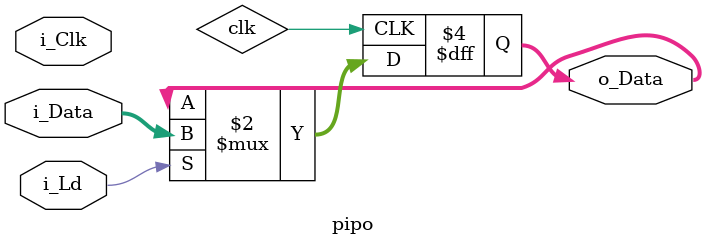
<source format=v>
module pipo(
    input        i_Clk,      // Input Clock
    input        i_Ld,       // Load Register
    input  [7:0] i_Data,     // Input data bus
    output [7:0] o_Data      // Output data bus
    );

    always @(posedge clk ) begin
        if (i_Ld) begin
            o_Data <= i_Data;
        end
    end
endmodule
</source>
